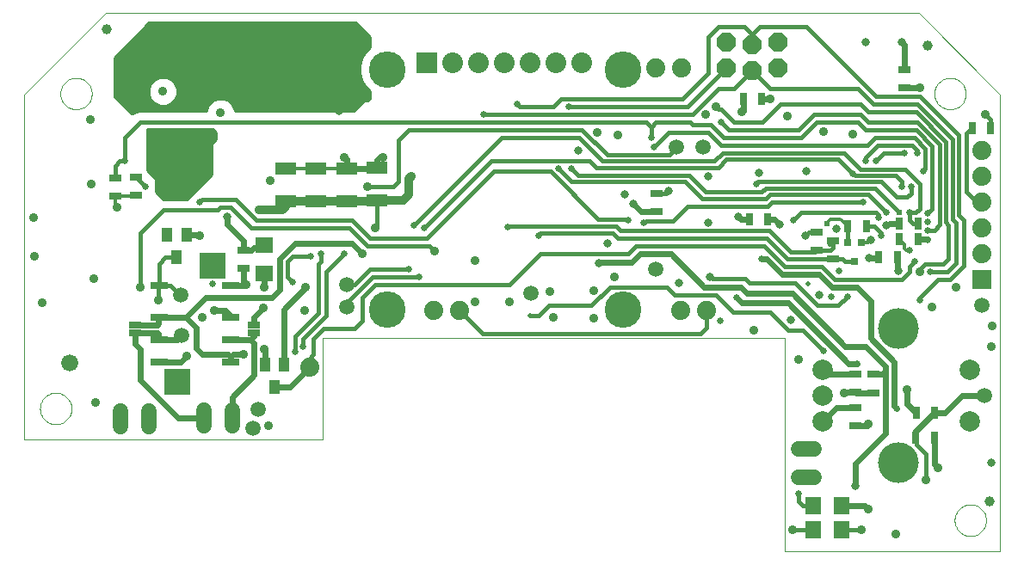
<source format=gbl>
G75*
G70*
%OFA0B0*%
%FSLAX24Y24*%
%IPPOS*%
%LPD*%
%AMOC8*
5,1,8,0,0,1.08239X$1,22.5*
%
%ADD10C,0.0000*%
%ADD11C,0.0787*%
%ADD12C,0.1575*%
%ADD13R,0.0315X0.0472*%
%ADD14R,0.0800X0.0800*%
%ADD15C,0.0800*%
%ADD16C,0.1417*%
%ADD17R,0.0472X0.0315*%
%ADD18R,0.0276X0.0276*%
%ADD19R,0.0630X0.0709*%
%ADD20R,0.0787X0.0472*%
%ADD21R,0.0394X0.0551*%
%ADD22C,0.0600*%
%ADD23C,0.0394*%
%ADD24C,0.0591*%
%ADD25C,0.0740*%
%ADD26R,0.0740X0.0740*%
%ADD27R,0.0709X0.0315*%
%ADD28R,0.0984X0.0984*%
%ADD29R,0.0709X0.0630*%
%ADD30R,0.0500X0.0250*%
%ADD31OC8,0.0740*%
%ADD32C,0.0360*%
%ADD33C,0.0120*%
%ADD34C,0.0240*%
%ADD35C,0.0320*%
%ADD36C,0.0250*%
%ADD37C,0.0160*%
%ADD38C,0.0200*%
%ADD39C,0.0100*%
%ADD40C,0.0240*%
%ADD41C,0.0660*%
%ADD42C,0.0320*%
D10*
X000180Y005173D02*
X011735Y005173D01*
X011735Y009110D01*
X029633Y009110D01*
X029633Y000843D01*
X037975Y000843D01*
X037975Y018559D01*
X034827Y021708D01*
X003329Y021708D01*
X000180Y018559D01*
X000180Y005173D01*
X000783Y006386D02*
X000785Y006435D01*
X000791Y006484D01*
X000801Y006532D01*
X000814Y006579D01*
X000832Y006625D01*
X000853Y006669D01*
X000877Y006712D01*
X000905Y006752D01*
X000936Y006791D01*
X000970Y006826D01*
X001007Y006859D01*
X001046Y006888D01*
X001088Y006914D01*
X001131Y006937D01*
X001177Y006956D01*
X001223Y006972D01*
X001271Y006984D01*
X001319Y006992D01*
X001368Y006996D01*
X001418Y006996D01*
X001467Y006992D01*
X001515Y006984D01*
X001563Y006972D01*
X001609Y006956D01*
X001655Y006937D01*
X001698Y006914D01*
X001740Y006888D01*
X001779Y006859D01*
X001816Y006826D01*
X001850Y006791D01*
X001881Y006752D01*
X001909Y006712D01*
X001933Y006669D01*
X001954Y006625D01*
X001972Y006579D01*
X001985Y006532D01*
X001995Y006484D01*
X002001Y006435D01*
X002003Y006386D01*
X002001Y006337D01*
X001995Y006288D01*
X001985Y006240D01*
X001972Y006193D01*
X001954Y006147D01*
X001933Y006103D01*
X001909Y006060D01*
X001881Y006020D01*
X001850Y005981D01*
X001816Y005946D01*
X001779Y005913D01*
X001740Y005884D01*
X001698Y005858D01*
X001655Y005835D01*
X001609Y005816D01*
X001563Y005800D01*
X001515Y005788D01*
X001467Y005780D01*
X001418Y005776D01*
X001368Y005776D01*
X001319Y005780D01*
X001271Y005788D01*
X001223Y005800D01*
X001177Y005816D01*
X001131Y005835D01*
X001088Y005858D01*
X001046Y005884D01*
X001007Y005913D01*
X000970Y005946D01*
X000936Y005981D01*
X000905Y006020D01*
X000877Y006060D01*
X000853Y006103D01*
X000832Y006147D01*
X000814Y006193D01*
X000801Y006240D01*
X000791Y006288D01*
X000785Y006337D01*
X000783Y006386D01*
X001570Y018591D02*
X001572Y018640D01*
X001578Y018689D01*
X001588Y018737D01*
X001601Y018784D01*
X001619Y018830D01*
X001640Y018874D01*
X001664Y018917D01*
X001692Y018957D01*
X001723Y018996D01*
X001757Y019031D01*
X001794Y019064D01*
X001833Y019093D01*
X001875Y019119D01*
X001918Y019142D01*
X001964Y019161D01*
X002010Y019177D01*
X002058Y019189D01*
X002106Y019197D01*
X002155Y019201D01*
X002205Y019201D01*
X002254Y019197D01*
X002302Y019189D01*
X002350Y019177D01*
X002396Y019161D01*
X002442Y019142D01*
X002485Y019119D01*
X002527Y019093D01*
X002566Y019064D01*
X002603Y019031D01*
X002637Y018996D01*
X002668Y018957D01*
X002696Y018917D01*
X002720Y018874D01*
X002741Y018830D01*
X002759Y018784D01*
X002772Y018737D01*
X002782Y018689D01*
X002788Y018640D01*
X002790Y018591D01*
X002788Y018542D01*
X002782Y018493D01*
X002772Y018445D01*
X002759Y018398D01*
X002741Y018352D01*
X002720Y018308D01*
X002696Y018265D01*
X002668Y018225D01*
X002637Y018186D01*
X002603Y018151D01*
X002566Y018118D01*
X002527Y018089D01*
X002485Y018063D01*
X002442Y018040D01*
X002396Y018021D01*
X002350Y018005D01*
X002302Y017993D01*
X002254Y017985D01*
X002205Y017981D01*
X002155Y017981D01*
X002106Y017985D01*
X002058Y017993D01*
X002010Y018005D01*
X001964Y018021D01*
X001918Y018040D01*
X001875Y018063D01*
X001833Y018089D01*
X001794Y018118D01*
X001757Y018151D01*
X001723Y018186D01*
X001692Y018225D01*
X001664Y018265D01*
X001640Y018308D01*
X001619Y018352D01*
X001601Y018398D01*
X001588Y018445D01*
X001578Y018493D01*
X001572Y018542D01*
X001570Y018591D01*
X035428Y018591D02*
X035430Y018640D01*
X035436Y018689D01*
X035446Y018737D01*
X035459Y018784D01*
X035477Y018830D01*
X035498Y018874D01*
X035522Y018917D01*
X035550Y018957D01*
X035581Y018996D01*
X035615Y019031D01*
X035652Y019064D01*
X035691Y019093D01*
X035733Y019119D01*
X035776Y019142D01*
X035822Y019161D01*
X035868Y019177D01*
X035916Y019189D01*
X035964Y019197D01*
X036013Y019201D01*
X036063Y019201D01*
X036112Y019197D01*
X036160Y019189D01*
X036208Y019177D01*
X036254Y019161D01*
X036300Y019142D01*
X036343Y019119D01*
X036385Y019093D01*
X036424Y019064D01*
X036461Y019031D01*
X036495Y018996D01*
X036526Y018957D01*
X036554Y018917D01*
X036578Y018874D01*
X036599Y018830D01*
X036617Y018784D01*
X036630Y018737D01*
X036640Y018689D01*
X036646Y018640D01*
X036648Y018591D01*
X036646Y018542D01*
X036640Y018493D01*
X036630Y018445D01*
X036617Y018398D01*
X036599Y018352D01*
X036578Y018308D01*
X036554Y018265D01*
X036526Y018225D01*
X036495Y018186D01*
X036461Y018151D01*
X036424Y018118D01*
X036385Y018089D01*
X036343Y018063D01*
X036300Y018040D01*
X036254Y018021D01*
X036208Y018005D01*
X036160Y017993D01*
X036112Y017985D01*
X036063Y017981D01*
X036013Y017981D01*
X035964Y017985D01*
X035916Y017993D01*
X035868Y018005D01*
X035822Y018021D01*
X035776Y018040D01*
X035733Y018063D01*
X035691Y018089D01*
X035652Y018118D01*
X035615Y018151D01*
X035581Y018186D01*
X035550Y018225D01*
X035522Y018265D01*
X035498Y018308D01*
X035477Y018352D01*
X035459Y018398D01*
X035446Y018445D01*
X035436Y018493D01*
X035430Y018542D01*
X035428Y018591D01*
X036216Y002055D02*
X036218Y002104D01*
X036224Y002153D01*
X036234Y002201D01*
X036247Y002248D01*
X036265Y002294D01*
X036286Y002338D01*
X036310Y002381D01*
X036338Y002421D01*
X036369Y002460D01*
X036403Y002495D01*
X036440Y002528D01*
X036479Y002557D01*
X036521Y002583D01*
X036564Y002606D01*
X036610Y002625D01*
X036656Y002641D01*
X036704Y002653D01*
X036752Y002661D01*
X036801Y002665D01*
X036851Y002665D01*
X036900Y002661D01*
X036948Y002653D01*
X036996Y002641D01*
X037042Y002625D01*
X037088Y002606D01*
X037131Y002583D01*
X037173Y002557D01*
X037212Y002528D01*
X037249Y002495D01*
X037283Y002460D01*
X037314Y002421D01*
X037342Y002381D01*
X037366Y002338D01*
X037387Y002294D01*
X037405Y002248D01*
X037418Y002201D01*
X037428Y002153D01*
X037434Y002104D01*
X037436Y002055D01*
X037434Y002006D01*
X037428Y001957D01*
X037418Y001909D01*
X037405Y001862D01*
X037387Y001816D01*
X037366Y001772D01*
X037342Y001729D01*
X037314Y001689D01*
X037283Y001650D01*
X037249Y001615D01*
X037212Y001582D01*
X037173Y001553D01*
X037131Y001527D01*
X037088Y001504D01*
X037042Y001485D01*
X036996Y001469D01*
X036948Y001457D01*
X036900Y001449D01*
X036851Y001445D01*
X036801Y001445D01*
X036752Y001449D01*
X036704Y001457D01*
X036656Y001469D01*
X036610Y001485D01*
X036564Y001504D01*
X036521Y001527D01*
X036479Y001553D01*
X036440Y001582D01*
X036403Y001615D01*
X036369Y001650D01*
X036338Y001689D01*
X036310Y001729D01*
X036286Y001772D01*
X036265Y001816D01*
X036247Y001862D01*
X036234Y001909D01*
X036224Y001957D01*
X036218Y002006D01*
X036216Y002055D01*
D11*
X036788Y005874D03*
X036788Y007874D03*
X031088Y007874D03*
X031088Y006874D03*
X031088Y005874D03*
D12*
X034038Y004274D03*
X034038Y009474D03*
D13*
X033989Y012243D03*
X033281Y012243D03*
X034081Y012943D03*
X034081Y013543D03*
X034789Y013543D03*
X034789Y012943D03*
X032789Y013443D03*
X032081Y013443D03*
X028984Y013723D03*
X028276Y013723D03*
X028026Y018373D03*
X028734Y018373D03*
X036886Y017253D03*
X037594Y017253D03*
X035434Y006223D03*
X034726Y006223D03*
X034716Y005268D03*
X035424Y005268D03*
D14*
X015783Y019796D03*
D15*
X016783Y019796D03*
X017783Y019796D03*
X018783Y019796D03*
X019783Y019796D03*
X020783Y019796D03*
X021783Y019796D03*
D16*
X023374Y019536D03*
X014240Y019536D03*
X014240Y010206D03*
X023374Y010206D03*
D17*
X024680Y014019D03*
X024680Y014728D03*
X030865Y013233D03*
X031495Y012883D03*
X030865Y012524D03*
X031495Y012174D03*
X032380Y007728D03*
X033080Y007708D03*
X032380Y007019D03*
X033080Y006999D03*
X032380Y006428D03*
X032380Y005719D03*
X034280Y018819D03*
X034280Y019528D03*
X008680Y012528D03*
X008680Y011819D03*
X004485Y014644D03*
X003710Y014609D03*
X003710Y015318D03*
X004485Y015353D03*
D18*
X032079Y012808D03*
X032591Y012808D03*
X032335Y012079D03*
D19*
X031831Y002623D03*
X030729Y002623D03*
X030744Y001703D03*
X031846Y001703D03*
D20*
X013850Y014449D03*
X012665Y014429D03*
X011465Y014429D03*
X010315Y014429D03*
X010315Y015688D03*
X011465Y015688D03*
X012665Y015688D03*
X013850Y015708D03*
D21*
X006454Y013107D03*
X005706Y013107D03*
X006080Y012240D03*
X009491Y008077D03*
X010239Y008077D03*
X009865Y007211D03*
D22*
X008240Y006308D02*
X008240Y005708D01*
X007140Y005708D02*
X007140Y006308D01*
X004995Y006293D02*
X004995Y005693D01*
X003895Y005693D02*
X003895Y006293D01*
X030180Y004823D02*
X030780Y004823D01*
X030780Y003723D02*
X030180Y003723D01*
D23*
X037580Y002773D03*
X035165Y020463D03*
X003380Y021073D03*
D24*
X007720Y020973D03*
X012680Y011173D03*
X012680Y010323D03*
X006230Y010773D03*
X006280Y009223D03*
X009220Y006338D03*
X009030Y005623D03*
X019800Y010863D03*
X024630Y011773D03*
X025430Y016523D03*
X026480Y016523D03*
X037280Y010373D03*
X037380Y006873D03*
D25*
X037280Y012373D03*
X037280Y013373D03*
X037280Y014373D03*
X037280Y015373D03*
X037280Y016373D03*
X026600Y010173D03*
X025600Y010173D03*
X017040Y010173D03*
X016040Y010173D03*
X011230Y007973D03*
X024645Y019603D03*
X025645Y019603D03*
D26*
X037280Y011373D03*
D27*
X008158Y011170D03*
X008158Y009910D03*
X008158Y009044D03*
X008158Y008177D03*
X005402Y008177D03*
X005402Y009044D03*
X005402Y009910D03*
X005402Y011170D03*
D28*
X007469Y011937D03*
X006091Y007410D03*
D29*
X009480Y011622D03*
X009480Y012725D03*
D30*
X009080Y009631D03*
X009080Y009311D03*
X004480Y009311D03*
X004480Y009631D03*
D31*
X027380Y019573D03*
X028380Y019473D03*
X029380Y019573D03*
X029380Y020573D03*
X028380Y020473D03*
X027380Y020573D03*
D32*
X029080Y018373D03*
X029730Y017723D03*
X031130Y017123D03*
X032280Y017023D03*
X034880Y018823D03*
X037410Y017773D03*
X027980Y017873D03*
X026980Y018073D03*
X026580Y017773D03*
X023180Y016973D03*
X022380Y017073D03*
X015180Y015373D03*
X014080Y016123D03*
X012580Y016123D03*
X013480Y014973D03*
X013780Y013373D03*
X013280Y012373D03*
X011080Y011073D03*
X011030Y010173D03*
X009430Y010273D03*
X009480Y011073D03*
X008780Y011173D03*
X007530Y010173D03*
X007080Y009923D03*
X005380Y010573D03*
X004680Y011073D03*
X002880Y011423D03*
X000880Y010473D03*
X000580Y012273D03*
X000530Y013773D03*
X002780Y015073D03*
X003780Y014193D03*
X006980Y013073D03*
X009280Y014073D03*
X009710Y015223D03*
X007780Y017853D03*
X005550Y018673D03*
X002730Y017573D03*
X016080Y012473D03*
X017620Y012133D03*
X017620Y010533D03*
X018980Y010533D03*
X020550Y010913D03*
X020680Y009923D03*
X022230Y009873D03*
X022220Y010953D03*
X023030Y011473D03*
X028420Y009413D03*
X030180Y008273D03*
X031930Y006973D03*
X032880Y005773D03*
X034380Y007123D03*
X037630Y008773D03*
X037680Y009573D03*
X035330Y010323D03*
X036280Y011073D03*
X034880Y011673D03*
X035580Y004073D03*
X035100Y003613D03*
X032880Y002493D03*
X032600Y001673D03*
X033920Y001523D03*
X029920Y001673D03*
X009630Y005723D03*
X008680Y008473D03*
X009480Y008673D03*
X006480Y008423D03*
X002930Y006623D03*
D33*
X008776Y011170D02*
X008780Y011173D01*
X009379Y012623D02*
X009480Y012725D01*
X010315Y015688D02*
X011465Y015688D01*
X012665Y015688D01*
X013830Y015688D02*
X013850Y015708D01*
X013830Y015728D01*
X004485Y014644D02*
X004450Y014609D01*
X003710Y014609D01*
X003710Y014263D01*
X003780Y014193D01*
X024680Y014728D02*
X024684Y014723D01*
X031260Y013593D02*
X031260Y013553D01*
X031260Y013593D02*
X031400Y013733D01*
X031780Y013733D01*
X031820Y013693D01*
X031831Y013693D01*
X032081Y013443D01*
X032864Y012808D02*
X032980Y012923D01*
X032864Y012808D02*
X032591Y012808D01*
X033261Y012223D02*
X033281Y012243D01*
X034280Y012573D02*
X034280Y012744D01*
X034081Y012943D01*
X034280Y012573D02*
X034330Y012523D01*
X034480Y012523D01*
X035160Y012943D02*
X035180Y012923D01*
D34*
X035160Y012943D02*
X034789Y012943D01*
X034081Y013543D02*
X033710Y013543D01*
X033580Y013473D01*
X033261Y012223D02*
X032910Y012223D01*
X033989Y012243D02*
X033989Y011764D01*
X034030Y011723D01*
X032960Y010553D02*
X032440Y011073D01*
X031480Y011073D01*
X030980Y011573D01*
X029540Y011573D01*
X028920Y012193D01*
X028720Y012193D01*
X027940Y011093D02*
X028180Y010853D01*
X029920Y010853D01*
X031980Y008793D01*
X032780Y008793D01*
X033540Y008033D01*
X033540Y007853D01*
X033394Y007708D01*
X033080Y007708D01*
X033540Y007853D02*
X033540Y005413D01*
X032380Y004253D01*
X032380Y003373D01*
X032750Y002623D02*
X031831Y002623D01*
X032750Y002623D02*
X032880Y002493D01*
X035424Y004229D02*
X035580Y004073D01*
X035424Y004229D02*
X035424Y005268D01*
X034716Y005268D02*
X034716Y005505D01*
X035434Y006223D01*
X035850Y006223D01*
X036500Y006873D01*
X037380Y006873D01*
X034726Y006223D02*
X034380Y006569D01*
X034380Y007123D01*
X033880Y006473D02*
X033980Y006373D01*
X033880Y006473D02*
X033880Y008193D01*
X032960Y009113D01*
X032960Y010553D01*
X032100Y008133D02*
X029760Y010473D01*
X027980Y010473D01*
X027760Y010693D01*
X027940Y011093D02*
X026500Y011093D01*
X025220Y012373D01*
X024020Y012373D01*
X023700Y012053D01*
X022480Y012053D01*
X022440Y012013D01*
X024084Y014019D02*
X023780Y014323D01*
X024084Y014019D02*
X024680Y014019D01*
X027830Y013823D02*
X027930Y013723D01*
X028276Y013723D01*
X028984Y013723D02*
X029220Y013723D01*
X029430Y013513D01*
X027980Y017873D02*
X028026Y017919D01*
X028026Y018373D01*
X028734Y018373D02*
X029080Y018373D01*
X034280Y018819D02*
X034876Y018819D01*
X034280Y019528D02*
X034280Y020473D01*
X034180Y020573D01*
X014080Y016123D02*
X013930Y016123D01*
X013830Y016023D01*
X013830Y015728D01*
X013830Y015688D02*
X012665Y015688D01*
X012665Y016038D01*
X012580Y016123D01*
X008030Y013823D02*
X008030Y013523D01*
X008680Y012873D01*
X008680Y012528D01*
X008984Y012528D01*
X009080Y012623D01*
X009379Y012623D01*
X010080Y012173D02*
X010080Y010973D01*
X009780Y010673D01*
X007208Y010673D01*
X006444Y009910D01*
X005402Y009910D01*
X005380Y009888D02*
X005380Y009673D01*
X005338Y009631D01*
X004480Y009631D01*
X004480Y009311D02*
X004480Y008873D01*
X004680Y008673D01*
X004680Y007473D01*
X006145Y006008D01*
X007140Y006008D01*
X008240Y006008D02*
X008240Y006833D01*
X009080Y007673D01*
X009080Y008914D01*
X008950Y009044D01*
X008158Y009044D01*
X008950Y009044D02*
X009080Y009173D01*
X009080Y009311D01*
X009080Y009631D02*
X009080Y009923D01*
X009430Y010273D01*
X010239Y010233D02*
X010239Y008077D01*
X009491Y008077D02*
X009491Y008685D01*
X009480Y008673D01*
X008680Y008473D02*
X008280Y008473D01*
X008180Y008373D01*
X008080Y008473D01*
X007080Y008473D01*
X006830Y008723D01*
X006830Y009523D01*
X006444Y009910D01*
X006280Y009223D02*
X006100Y009044D01*
X005402Y009044D01*
X005380Y009066D02*
X005380Y009273D01*
X005342Y009311D01*
X004480Y009311D01*
X005402Y008177D02*
X006234Y008177D01*
X006480Y008423D01*
X008180Y008373D02*
X008180Y008199D01*
X009865Y007211D02*
X010467Y007211D01*
X011230Y007973D01*
X008158Y009996D02*
X007980Y010173D01*
X007530Y010173D01*
X008158Y011170D02*
X008776Y011170D01*
X008780Y011173D02*
X008680Y011273D01*
X008680Y011819D01*
X009480Y011622D02*
X009480Y011073D01*
X010239Y010233D02*
X011080Y011073D01*
X010080Y012173D02*
X010680Y012773D01*
X012880Y012773D01*
X013280Y012373D01*
X006980Y013073D02*
X006947Y013107D01*
X006454Y013107D01*
X031088Y007874D02*
X031235Y007728D01*
X032380Y007728D01*
X032420Y008133D02*
X032100Y008133D01*
X031976Y007019D02*
X031930Y006973D01*
X031976Y007019D02*
X032380Y007019D01*
X032400Y006999D02*
X033080Y006999D01*
X032380Y006428D02*
X031642Y006428D01*
X031088Y005874D01*
X032380Y005719D02*
X032826Y005719D01*
X032880Y005773D01*
D35*
X032380Y003373D03*
X037630Y004273D03*
X029880Y009813D03*
X030980Y010773D03*
X032910Y012223D03*
X034030Y011723D03*
X032980Y012923D03*
X033580Y013473D03*
X031640Y013353D03*
X030430Y013103D03*
X029430Y013513D03*
X027830Y013823D03*
X026680Y013603D03*
X025130Y014823D03*
X023780Y014323D03*
X023440Y014693D03*
X021630Y016373D03*
X026680Y015373D03*
X028630Y015523D03*
X030480Y015573D03*
X026740Y011493D03*
X025520Y011243D03*
X022780Y012773D03*
X022440Y012013D03*
X012380Y017933D03*
X012120Y018113D03*
X011820Y018033D03*
X011500Y018033D03*
X011180Y018033D03*
X010380Y018813D03*
X010120Y019033D03*
X010400Y019133D03*
X010420Y019473D03*
X010120Y019333D03*
X010140Y019653D03*
X010440Y019793D03*
X010460Y020113D03*
X010160Y019993D03*
X009900Y020273D03*
X010200Y020433D03*
X010300Y020773D03*
X010060Y020993D03*
X009820Y021193D03*
X009460Y021193D03*
X009080Y021193D03*
X008700Y021173D03*
X008380Y021153D03*
X006900Y021193D03*
X006400Y021173D03*
X005940Y021153D03*
X005420Y021133D03*
X005080Y021133D03*
X004820Y020913D03*
X004580Y020693D03*
X004240Y020333D03*
X003960Y020013D03*
X003960Y019633D03*
X003940Y019213D03*
X004320Y019173D03*
X004760Y019373D03*
X005080Y019613D03*
X009920Y020673D03*
X010600Y020473D03*
X010940Y020473D03*
X011280Y020473D03*
X011620Y020473D03*
X011960Y020473D03*
X012300Y020453D03*
X012160Y020753D03*
X011780Y020793D03*
X011380Y020813D03*
X011020Y020813D03*
X010660Y020813D03*
X010440Y021173D03*
X010980Y021213D03*
X011560Y021213D03*
X012140Y021153D03*
X012640Y020613D03*
X012580Y020253D03*
X012980Y020213D03*
X012940Y019793D03*
X012620Y019893D03*
X012720Y019513D03*
X013040Y019453D03*
X013020Y019073D03*
X012700Y019193D03*
X012680Y018853D03*
X012980Y018733D03*
X012660Y018513D03*
X012960Y018373D03*
X012760Y018073D03*
X012460Y018233D03*
X008030Y013823D03*
X032780Y020573D03*
X034180Y020573D03*
D36*
X027180Y017473D03*
X024480Y016873D03*
X024580Y016513D03*
X021380Y015673D03*
X020880Y015673D03*
X023580Y013673D03*
X024180Y013573D03*
X020100Y013093D03*
X018900Y013413D03*
X015680Y013373D03*
X015280Y013473D03*
X015080Y011773D03*
X015480Y011473D03*
X012580Y012373D03*
X011680Y012373D03*
X011280Y012273D03*
X010580Y011273D03*
X007480Y011223D03*
X010980Y008773D03*
X010680Y008573D03*
X006980Y014373D03*
X006030Y015673D03*
X005730Y015673D03*
X005430Y015673D03*
X005530Y015973D03*
X005830Y015973D03*
X006130Y015973D03*
X006030Y016273D03*
X005730Y016273D03*
X005430Y016273D03*
X005530Y016573D03*
X005830Y016573D03*
X006130Y016573D03*
X004080Y015973D03*
X004880Y014973D03*
X017980Y017773D03*
X019280Y018173D03*
X021280Y018073D03*
X028520Y015093D03*
X029980Y013673D03*
X028720Y012193D03*
X027760Y010693D03*
X027140Y009773D03*
X031140Y008613D03*
X032420Y008133D03*
X033980Y006373D03*
X030180Y003073D03*
X031420Y010713D03*
X032060Y010733D03*
X031730Y011723D03*
X033380Y013073D03*
X033280Y013773D03*
X033580Y013973D03*
X032660Y014373D03*
X034180Y014973D03*
X034530Y014973D03*
X035000Y015593D03*
X034780Y016273D03*
X034280Y016273D03*
X033180Y015973D03*
X032780Y015973D03*
X032260Y015473D03*
X034480Y013973D03*
X035180Y013953D03*
X035180Y013613D03*
X035180Y013273D03*
X035180Y012923D03*
X034480Y012523D03*
X034680Y012073D03*
X035280Y011673D03*
X034880Y010573D03*
D37*
X034880Y010673D01*
X035580Y011373D01*
X036020Y011373D01*
X036580Y011933D01*
X036580Y013673D01*
X036380Y013873D01*
X036380Y016973D01*
X034880Y018473D01*
X033180Y018473D01*
X030480Y021173D01*
X028680Y021173D01*
X028380Y020873D01*
X028380Y020473D01*
X028380Y020873D02*
X028080Y021173D01*
X027080Y021173D01*
X026680Y020773D01*
X026680Y019373D01*
X025680Y018373D01*
X020980Y018373D01*
X020680Y018073D01*
X019380Y018073D01*
X019280Y018173D01*
X017980Y017773D02*
X026080Y017773D01*
X027080Y018773D01*
X027680Y018773D01*
X028380Y019473D01*
X029080Y018773D01*
X032480Y018773D01*
X033080Y018173D01*
X034780Y018173D01*
X036120Y016833D01*
X036120Y013733D01*
X036280Y013573D01*
X036280Y012033D01*
X035920Y011673D01*
X035280Y011673D01*
X035080Y011973D02*
X035780Y011973D01*
X035980Y012173D01*
X035980Y013473D01*
X035860Y013633D01*
X035860Y016733D01*
X034720Y017873D01*
X032880Y017873D01*
X032580Y018173D01*
X029480Y018173D01*
X028780Y017473D01*
X027680Y017473D01*
X027180Y017973D01*
X027080Y017973D01*
X026980Y018073D01*
X027180Y017473D02*
X027480Y017173D01*
X030180Y017173D01*
X030780Y017773D01*
X032580Y017773D01*
X032880Y017473D01*
X034780Y017473D01*
X035620Y016633D01*
X035620Y013513D01*
X035440Y013273D01*
X035180Y013273D01*
X034789Y013543D02*
X034610Y013543D01*
X034480Y013673D01*
X034480Y013973D01*
X034700Y013973D01*
X034860Y014133D01*
X034860Y015093D01*
X034300Y015653D01*
X032580Y015653D01*
X031940Y016293D01*
X027220Y016293D01*
X026900Y015973D01*
X022580Y015973D01*
X021680Y016873D01*
X018680Y016873D01*
X015280Y013473D01*
X015680Y013373D02*
X018280Y015973D01*
X022080Y015973D01*
X022320Y015733D01*
X027060Y015733D01*
X027380Y016053D01*
X031700Y016053D01*
X032260Y015493D01*
X032260Y015473D01*
X032360Y015413D01*
X033940Y015413D01*
X034180Y015173D01*
X034180Y014973D01*
X034530Y014973D02*
X034530Y014723D01*
X034380Y014573D01*
X033980Y014573D01*
X033380Y015173D01*
X028600Y015173D01*
X028520Y015093D01*
X028740Y014773D02*
X026580Y014773D01*
X025940Y015413D01*
X021640Y015413D01*
X021380Y015673D01*
X021380Y015173D02*
X020880Y015673D01*
X020556Y015573D02*
X022412Y013718D01*
X023536Y013718D01*
X023580Y013673D01*
X023280Y013273D02*
X023100Y013453D01*
X018940Y013453D01*
X018900Y013413D01*
X020100Y013093D02*
X020180Y013173D01*
X022980Y013173D01*
X023180Y012973D01*
X028940Y012973D01*
X029739Y012174D01*
X031495Y012174D01*
X031496Y012173D01*
X031880Y012173D01*
X031974Y012079D01*
X032335Y012079D01*
X031500Y012633D02*
X031500Y012878D01*
X031495Y012883D01*
X031376Y012764D01*
X031500Y012633D02*
X031391Y012524D01*
X030865Y012524D01*
X030794Y012453D01*
X029860Y012453D01*
X029040Y013273D01*
X023280Y013273D01*
X023880Y012673D02*
X028840Y012673D01*
X029640Y011873D01*
X031080Y011873D01*
X031580Y011373D01*
X034180Y011373D01*
X034480Y011673D01*
X034480Y011873D01*
X034680Y012073D01*
X034880Y011773D02*
X035080Y011973D01*
X034880Y011773D02*
X034880Y011673D01*
X033380Y013073D02*
X033380Y013173D01*
X033110Y013443D01*
X032789Y013443D01*
X032081Y013443D02*
X032079Y013442D01*
X032079Y012808D01*
X030865Y013233D02*
X030559Y013233D01*
X030430Y013103D01*
X029980Y013673D02*
X030280Y013973D01*
X033180Y013973D01*
X033280Y013873D01*
X033280Y013773D01*
X033580Y013973D02*
X032860Y014693D01*
X029060Y014693D01*
X028900Y014533D01*
X026420Y014533D01*
X025780Y015173D01*
X021380Y015173D01*
X020556Y015573D02*
X018380Y015573D01*
X015780Y012973D01*
X013580Y012973D01*
X012860Y013693D01*
X009160Y013693D01*
X008380Y014473D01*
X007080Y014473D01*
X006980Y014373D01*
X007680Y014073D02*
X007780Y014173D01*
X008180Y014173D01*
X008960Y013393D01*
X012760Y013393D01*
X013480Y012673D01*
X015880Y012673D01*
X016080Y012473D01*
X015080Y011773D02*
X013580Y011773D01*
X012980Y011173D01*
X012680Y011173D01*
X012680Y010473D02*
X013680Y011473D01*
X015480Y011473D01*
X013780Y011173D02*
X018980Y011173D01*
X020180Y012373D01*
X023580Y012373D01*
X023880Y012673D01*
X024180Y013573D02*
X024260Y013653D01*
X025300Y013653D01*
X025860Y014213D01*
X028980Y014213D01*
X029140Y014373D01*
X032660Y014373D01*
X033140Y014933D02*
X028900Y014933D01*
X028740Y014773D01*
X027180Y016573D02*
X032820Y016573D01*
X033120Y016873D01*
X034660Y016873D01*
X035080Y016453D01*
X035080Y015673D01*
X035000Y015593D01*
X034780Y016273D02*
X034780Y016373D01*
X034580Y016573D01*
X033240Y016573D01*
X032780Y016113D01*
X032780Y015973D01*
X033180Y015973D02*
X033480Y016273D01*
X034280Y016273D01*
X034720Y017173D02*
X035340Y016553D01*
X035340Y014133D01*
X035180Y013953D01*
X034080Y013993D02*
X033140Y014933D01*
X034070Y013983D02*
X034080Y013993D01*
X036680Y014773D02*
X036680Y017048D01*
X036886Y017253D01*
X037594Y017253D02*
X037594Y017589D01*
X037410Y017773D01*
X034880Y018823D02*
X034876Y018819D01*
X032780Y017173D02*
X032480Y017473D01*
X030880Y017473D01*
X030280Y016873D01*
X027280Y016873D01*
X026780Y017373D01*
X026080Y017373D01*
X025980Y017473D01*
X024649Y017473D01*
X024460Y017284D01*
X024460Y016893D01*
X024480Y016873D01*
X024480Y017273D01*
X024280Y017473D01*
X004680Y017473D01*
X004080Y016873D01*
X004080Y015973D01*
X003880Y015973D01*
X003710Y015803D01*
X003710Y015318D01*
X004485Y015353D02*
X004864Y014973D01*
X004880Y014973D01*
X005580Y014073D02*
X007680Y014073D01*
X005580Y014073D02*
X004680Y013173D01*
X004680Y011073D01*
X005380Y011147D02*
X005380Y010573D01*
X005380Y011147D02*
X005402Y011170D01*
X005834Y011170D01*
X006230Y010773D01*
X005402Y011170D02*
X005402Y011996D01*
X005647Y012240D01*
X006080Y012240D01*
X005402Y009910D02*
X005380Y009888D01*
X005380Y009066D02*
X005402Y009044D01*
X008158Y009910D02*
X008158Y009996D01*
X010680Y009173D02*
X010680Y008573D01*
X010980Y008773D02*
X010980Y009073D01*
X011880Y009973D01*
X011880Y011673D01*
X012580Y012373D01*
X011680Y012373D02*
X011680Y012073D01*
X011580Y011973D01*
X011580Y010073D01*
X010680Y009173D01*
X011380Y009073D02*
X011780Y009473D01*
X012980Y009473D01*
X013280Y009773D01*
X013280Y010673D01*
X013780Y011173D01*
X012680Y010473D02*
X012680Y010323D01*
X011380Y009073D02*
X011380Y008473D01*
X011230Y008323D01*
X011230Y007973D01*
X010980Y007973D01*
X008180Y008199D02*
X008158Y008177D01*
X010580Y011273D02*
X010380Y011473D01*
X010380Y012073D01*
X010580Y012273D01*
X011280Y012273D01*
X013780Y013373D02*
X013830Y013423D01*
X013830Y014429D01*
X013850Y014449D01*
X013480Y014973D02*
X014480Y014973D01*
X014680Y015173D01*
X014680Y016773D01*
X015080Y017173D01*
X021780Y017173D01*
X022780Y016213D01*
X025180Y016213D01*
X025430Y016523D01*
X025140Y017073D02*
X024580Y016513D01*
X025140Y017073D02*
X026680Y017073D01*
X027180Y016573D01*
X025880Y018073D02*
X027380Y019573D01*
X025880Y018073D02*
X021280Y018073D01*
X024684Y014723D02*
X025030Y014723D01*
X025130Y014823D01*
X026740Y011493D02*
X026820Y011413D01*
X028100Y011413D01*
X028260Y011253D01*
X030020Y011253D01*
X030900Y010373D01*
X031700Y010373D01*
X032060Y010733D01*
X030340Y009413D02*
X029780Y009413D01*
X029060Y010133D01*
X027620Y010133D01*
X026980Y010773D01*
X025380Y010773D01*
X025060Y011093D01*
X022870Y011093D01*
X022150Y010373D01*
X020500Y010373D01*
X020100Y009973D01*
X019780Y009973D01*
X017920Y009293D02*
X017040Y010173D01*
X017920Y009293D02*
X026380Y009293D01*
X026600Y009513D01*
X026600Y010173D01*
X030340Y009413D02*
X031140Y008613D01*
X032380Y007019D02*
X032400Y006999D01*
X034716Y005268D02*
X034716Y005118D01*
X034720Y005113D01*
X034720Y004993D01*
X035100Y004613D01*
X035100Y003613D01*
X032600Y001673D02*
X031956Y001673D01*
X031846Y001703D01*
X030794Y001673D02*
X030744Y001703D01*
X030794Y001673D02*
X029920Y001673D01*
X030330Y002623D02*
X030729Y002623D01*
X030330Y002623D02*
X030180Y002773D01*
X030180Y003073D01*
X037080Y014373D02*
X036680Y014773D01*
X037080Y014373D02*
X037280Y014373D01*
X034720Y017173D02*
X032780Y017173D01*
D38*
X030530Y011223D03*
X019780Y009973D03*
D39*
X007440Y015453D02*
X006460Y014473D01*
X005560Y014473D01*
X005260Y014773D01*
X005260Y015273D01*
X004920Y015613D01*
X004920Y017213D01*
X007480Y017213D01*
X007600Y017093D01*
X007600Y016813D01*
X007440Y016653D01*
X007440Y015453D01*
X007404Y015417D02*
X005116Y015417D01*
X005214Y015319D02*
X007306Y015319D01*
X007207Y015220D02*
X005260Y015220D01*
X005260Y015122D02*
X007109Y015122D01*
X007010Y015023D02*
X005260Y015023D01*
X005260Y014925D02*
X006912Y014925D01*
X006813Y014826D02*
X005260Y014826D01*
X005305Y014728D02*
X006715Y014728D01*
X006616Y014629D02*
X005404Y014629D01*
X005502Y014531D02*
X006518Y014531D01*
X007440Y015516D02*
X005017Y015516D01*
X004920Y015614D02*
X007440Y015614D01*
X007440Y015713D02*
X004920Y015713D01*
X004920Y015811D02*
X007440Y015811D01*
X007440Y015910D02*
X004920Y015910D01*
X004920Y016008D02*
X007440Y016008D01*
X007440Y016107D02*
X004920Y016107D01*
X004920Y016205D02*
X007440Y016205D01*
X007440Y016304D02*
X004920Y016304D01*
X004920Y016402D02*
X007440Y016402D01*
X007440Y016501D02*
X004920Y016501D01*
X004920Y016599D02*
X007440Y016599D01*
X007485Y016698D02*
X004920Y016698D01*
X004920Y016796D02*
X007583Y016796D01*
X007600Y016895D02*
X004920Y016895D01*
X004920Y016993D02*
X007600Y016993D01*
X007600Y017092D02*
X004920Y017092D01*
X004920Y017190D02*
X007503Y017190D01*
X007230Y017923D02*
X004590Y017923D01*
X004425Y017855D01*
X004384Y017813D01*
X004340Y017813D01*
X003660Y018493D01*
X003660Y019993D01*
X005004Y021338D01*
X012996Y021338D01*
X013560Y020773D01*
X013560Y020382D01*
X013377Y020199D01*
X013235Y019953D01*
X013161Y019678D01*
X013161Y019394D01*
X013235Y019120D01*
X013377Y018874D01*
X013560Y018691D01*
X013560Y018393D01*
X013480Y018313D01*
X013320Y018313D01*
X012930Y017923D01*
X008330Y017923D01*
X008330Y017963D01*
X008246Y018165D01*
X008092Y018320D01*
X007889Y018403D01*
X007671Y018403D01*
X007468Y018320D01*
X007314Y018165D01*
X007230Y017963D01*
X007230Y017923D01*
X007236Y017978D02*
X004175Y017978D01*
X004273Y017880D02*
X004486Y017880D01*
X004076Y018077D02*
X007277Y018077D01*
X007324Y018175D02*
X005785Y018175D01*
X005862Y018207D02*
X006016Y018362D01*
X006100Y018564D01*
X006100Y018783D01*
X006016Y018985D01*
X005862Y019140D01*
X005659Y019223D01*
X005441Y019223D01*
X005238Y019140D01*
X005084Y018985D01*
X005000Y018783D01*
X005000Y018564D01*
X005084Y018362D01*
X005238Y018207D01*
X005441Y018123D01*
X005659Y018123D01*
X005862Y018207D01*
X005928Y018274D02*
X007423Y018274D01*
X007596Y018372D02*
X006021Y018372D01*
X006061Y018471D02*
X013560Y018471D01*
X013560Y018569D02*
X006100Y018569D01*
X006100Y018668D02*
X013560Y018668D01*
X013484Y018766D02*
X006100Y018766D01*
X006066Y018865D02*
X013386Y018865D01*
X013325Y018963D02*
X006025Y018963D01*
X005939Y019062D02*
X013268Y019062D01*
X013224Y019160D02*
X005811Y019160D01*
X005289Y019160D02*
X003660Y019160D01*
X003660Y019062D02*
X005161Y019062D01*
X005075Y018963D02*
X003660Y018963D01*
X003660Y018865D02*
X005034Y018865D01*
X005000Y018766D02*
X003660Y018766D01*
X003660Y018668D02*
X005000Y018668D01*
X005000Y018569D02*
X003660Y018569D01*
X003682Y018471D02*
X005039Y018471D01*
X005079Y018372D02*
X003781Y018372D01*
X003879Y018274D02*
X005172Y018274D01*
X005315Y018175D02*
X003978Y018175D01*
X003660Y019259D02*
X013197Y019259D01*
X013171Y019357D02*
X003660Y019357D01*
X003660Y019456D02*
X013161Y019456D01*
X013161Y019554D02*
X003660Y019554D01*
X003660Y019653D02*
X013161Y019653D01*
X013181Y019751D02*
X003660Y019751D01*
X003660Y019850D02*
X013207Y019850D01*
X013234Y019948D02*
X003660Y019948D01*
X003714Y020047D02*
X013289Y020047D01*
X013346Y020145D02*
X003812Y020145D01*
X003911Y020244D02*
X013422Y020244D01*
X013520Y020342D02*
X004009Y020342D01*
X004108Y020441D02*
X013560Y020441D01*
X013560Y020539D02*
X004206Y020539D01*
X004305Y020638D02*
X013560Y020638D01*
X013560Y020736D02*
X004403Y020736D01*
X004502Y020835D02*
X013498Y020835D01*
X013400Y020933D02*
X004600Y020933D01*
X004699Y021032D02*
X013301Y021032D01*
X013203Y021130D02*
X004797Y021130D01*
X004896Y021229D02*
X013104Y021229D01*
X013006Y021327D02*
X004994Y021327D01*
X007964Y018372D02*
X013539Y018372D01*
X013281Y018274D02*
X008137Y018274D01*
X008236Y018175D02*
X013182Y018175D01*
X013084Y018077D02*
X008283Y018077D01*
X008324Y017978D02*
X012985Y017978D01*
D40*
X031260Y013553D03*
X034070Y013983D03*
D41*
X001930Y008143D03*
D42*
X009280Y014073D02*
X010180Y014073D01*
X010315Y014208D01*
X010315Y014429D01*
X011465Y014429D01*
X012665Y014429D01*
X013830Y014429D01*
X013850Y014449D02*
X014855Y014449D01*
X015080Y014673D01*
X015080Y015273D01*
X015180Y015373D01*
M02*

</source>
